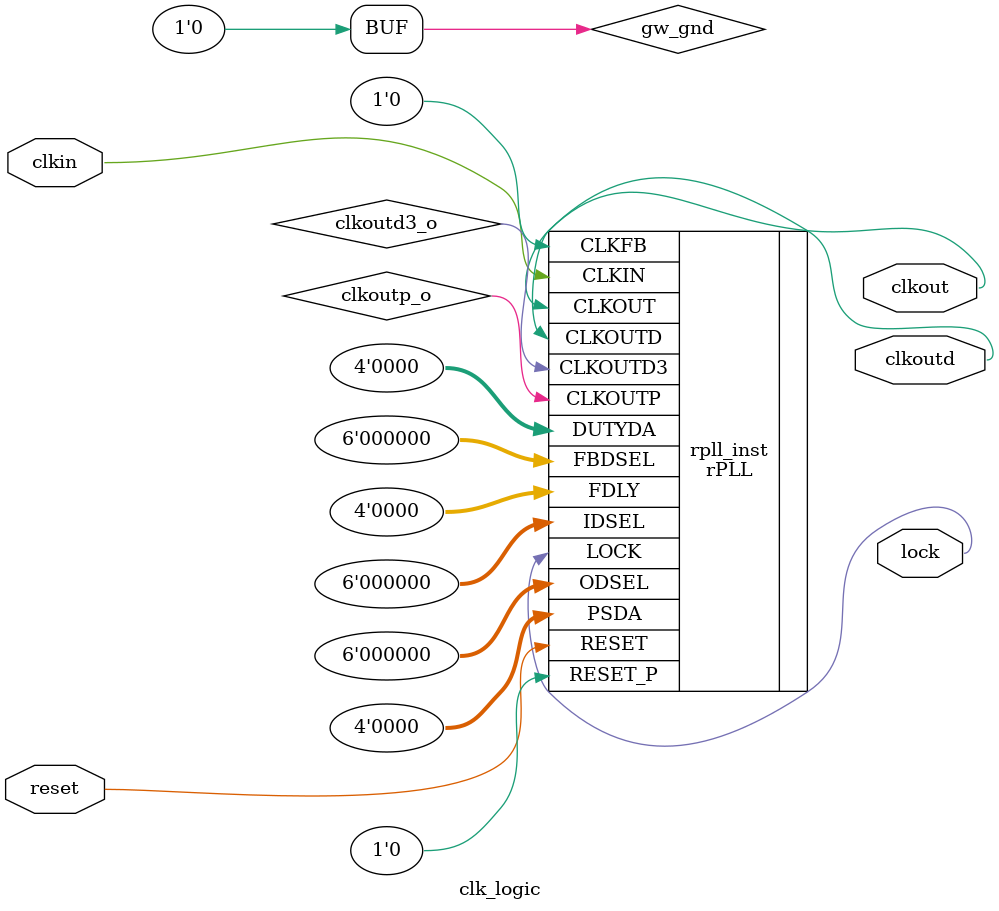
<source format=v>

module clk_logic (clkout, lock, clkoutd, reset, clkin);

output clkout;
output lock;
output clkoutd;
input reset;
input clkin;

wire clkoutp_o;
wire clkoutd3_o;
wire gw_gnd;

assign gw_gnd = 1'b0;

rPLL rpll_inst (
    .CLKOUT(clkout),
    .LOCK(lock),
    .CLKOUTP(clkoutp_o),
    .CLKOUTD(clkoutd),
    .CLKOUTD3(clkoutd3_o),
    .RESET(reset),
    .RESET_P(gw_gnd),
    .CLKIN(clkin),
    .CLKFB(gw_gnd),
    .FBDSEL({gw_gnd,gw_gnd,gw_gnd,gw_gnd,gw_gnd,gw_gnd}),
    .IDSEL({gw_gnd,gw_gnd,gw_gnd,gw_gnd,gw_gnd,gw_gnd}),
    .ODSEL({gw_gnd,gw_gnd,gw_gnd,gw_gnd,gw_gnd,gw_gnd}),
    .PSDA({gw_gnd,gw_gnd,gw_gnd,gw_gnd}),
    .DUTYDA({gw_gnd,gw_gnd,gw_gnd,gw_gnd}),
    .FDLY({gw_gnd,gw_gnd,gw_gnd,gw_gnd})
);

defparam rpll_inst.FCLKIN = "27";
defparam rpll_inst.DYN_IDIV_SEL = "false";
defparam rpll_inst.IDIV_SEL = 0;
defparam rpll_inst.DYN_FBDIV_SEL = "false";
defparam rpll_inst.FBDIV_SEL = 1;
defparam rpll_inst.DYN_ODIV_SEL = "false";
defparam rpll_inst.ODIV_SEL = 8;
defparam rpll_inst.PSDA_SEL = "0000";
defparam rpll_inst.DYN_DA_EN = "true";
defparam rpll_inst.DUTYDA_SEL = "1000";
defparam rpll_inst.CLKOUT_FT_DIR = 1'b1;
defparam rpll_inst.CLKOUTP_FT_DIR = 1'b1;
defparam rpll_inst.CLKOUT_DLY_STEP = 0;
defparam rpll_inst.CLKOUTP_DLY_STEP = 0;
defparam rpll_inst.CLKFB_SEL = "internal";
defparam rpll_inst.CLKOUT_BYPASS = "false";
defparam rpll_inst.CLKOUTP_BYPASS = "false";
defparam rpll_inst.CLKOUTD_BYPASS = "false";
defparam rpll_inst.DYN_SDIV_SEL = 2;
defparam rpll_inst.CLKOUTD_SRC = "CLKOUT";
defparam rpll_inst.CLKOUTD3_SRC = "CLKOUT";
defparam rpll_inst.DEVICE = "GW1NR-9C";

endmodule //clk_logic

</source>
